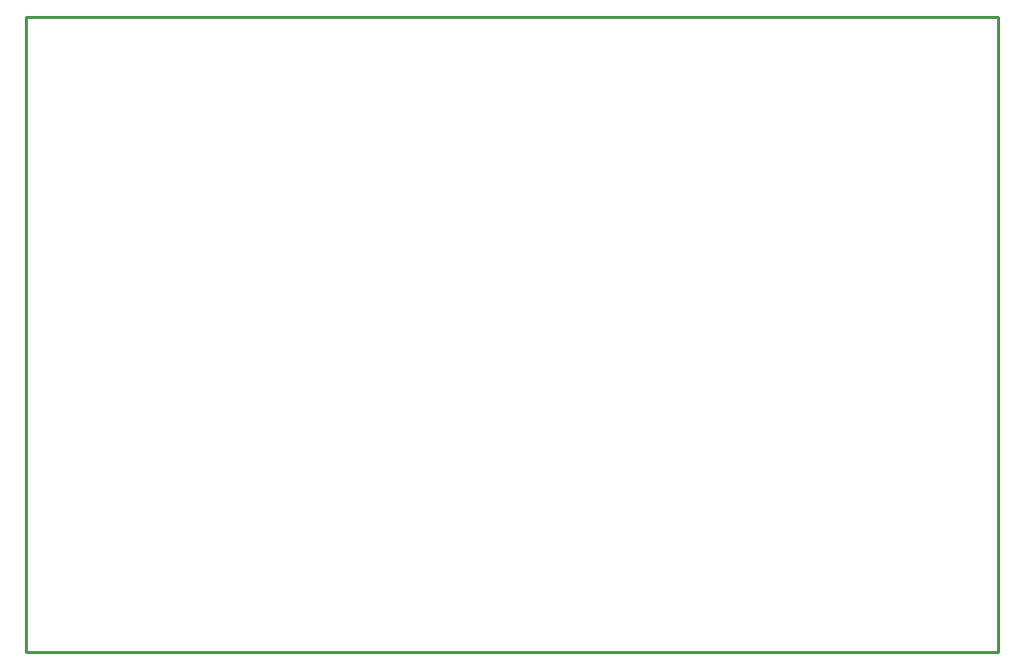
<source format=gbr>
G04 EAGLE Gerber RS-274X export*
G75*
%MOMM*%
%FSLAX34Y34*%
%LPD*%
%IN*%
%IPPOS*%
%AMOC8*
5,1,8,0,0,1.08239X$1,22.5*%
G01*
%ADD10C,0.254000*%


D10*
X0Y0D02*
X825500Y0D01*
X825500Y539750D01*
X0Y539750D01*
X0Y0D01*
X0Y0D02*
X825500Y0D01*
X825500Y539750D01*
X0Y539750D01*
X0Y0D01*
M02*

</source>
